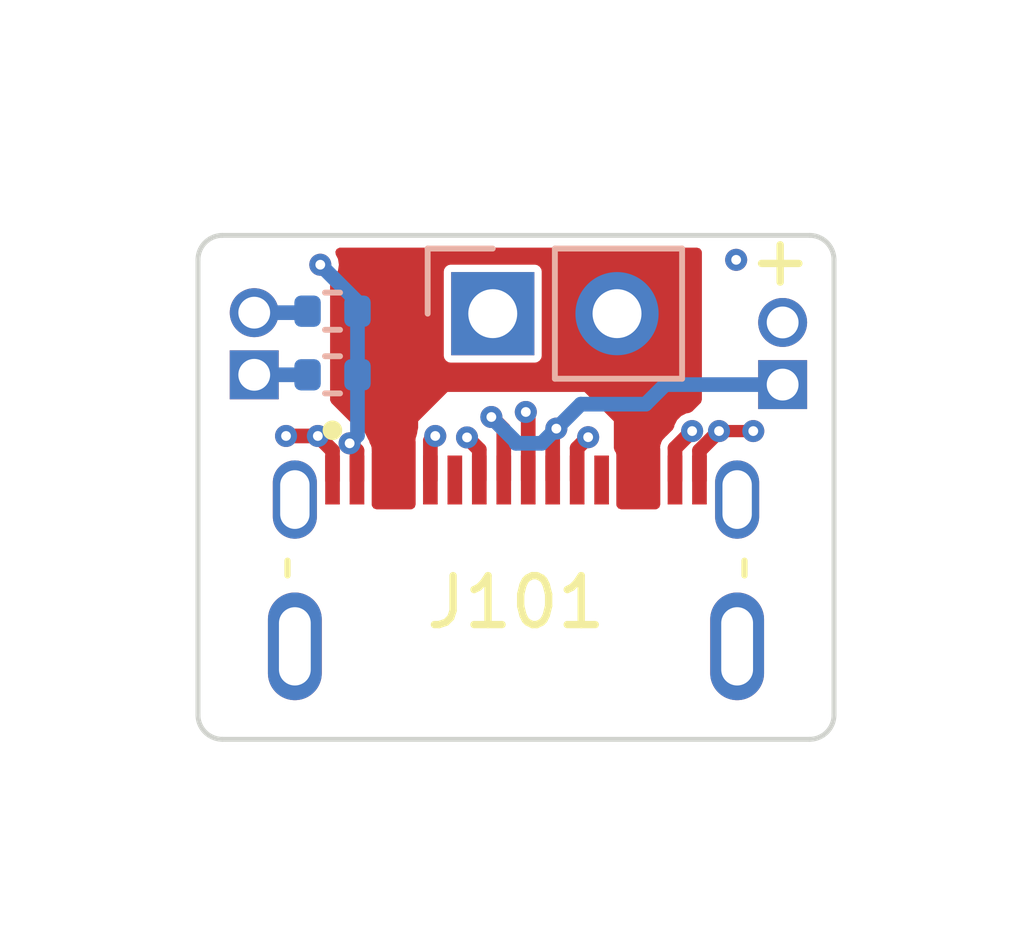
<source format=kicad_pcb>
(kicad_pcb (version 20211014) (generator pcbnew)
  (layers (0 "F.Cu" signal) (1 "In1.Cu" signal) (2 "In2.Cu" signal) (3 "In3.Cu" signal) (4 "In4.Cu" signal) (31 "B.Cu" signal) (34 "B.Paste" user) (35 "F.Paste" user) (36 "B.SilkS" user "B.Silkscreen") (37 "F.SilkS" user "F.Silkscreen") (38 "B.Mask" user) (39 "F.Mask" user) (44 "Edge.Cuts" user))
  (net 0 "")
  (net 1 "GND")
  (net 2 "/VBUS")
  (net 9 "/CC1")
  (net 10 "/Data+")
  (net 11 "/Data-")
  (net 12 "/CC2")
  (footprint "Connector_PinHeader_1.27mm:PinHeader_1x02_P1.27mm_Vertical" (layer "F.Cu") (at 144.65 97.85 180)
    (fp_text reference "J104")
    (fp_text value "CC connector")
    (pad "1" thru_hole rect (at 0 0 180) (size 1 1) (drill 0.65) (layers *.Cu *.Mask) (net 12 "/CC2"))
    (pad "2" thru_hole oval (at 0 1.27 180) (size 1 1) (drill 0.65) (layers *.Cu *.Mask) (net 9 "/CC1"))
  )
  (footprint "Imported:MOLEX_2130830005" (layer "F.Cu") (at 150 100)
    (fp_text reference "J101" (at 0 2.5) (layer "F.SilkS"))
    (fp_text value "USB-C-2.0")
    (fp_line (start -4.67 1.95) (end -4.67 1.65) (layer "F.SilkS") (width 0.127))
    (fp_line (start 4.67 1.95) (end 4.67 1.65) (layer "F.SilkS") (width 0.127))
    (fp_circle (center -3.752 -1.016) (end -3.652 -1.016) (layer "F.SilkS") (width 0.2) (fill none))
    (pad "A1" smd rect (at -3.75 0 90) (size 1 0.3) (layers "F.Cu" "F.Paste" "F.Mask") (net 1 "GND"))
    (pad "A4" smd rect (at -2.75 0 90) (size 1 0.3) (layers "F.Cu" "F.Paste" "F.Mask") (net 2 "/VBUS"))
    (pad "A5" smd rect (at -1.75 0 90) (size 1 0.3) (layers "F.Cu" "F.Paste" "F.Mask") (net 9 "/CC1"))
    (pad "A6" smd rect (at -0.75 0 90) (size 1 0.3) (layers "F.Cu" "F.Paste" "F.Mask") (net 10 "/Data+"))
    (pad "A7" smd rect (at 0.75 0 90) (size 1 0.3) (layers "F.Cu" "F.Paste" "F.Mask") (net 11 "/Data-"))
    (pad "A8" smd rect (at 1.75 0 90) (size 1 0.3) (layers "F.Cu" "F.Paste" "F.Mask"))
    (pad "A9" smd rect (at 2.75 0 90) (size 1 0.3) (layers "F.Cu" "F.Paste" "F.Mask") (net 2 "/VBUS"))
    (pad "A12" smd rect (at 3.75 0 90) (size 1 0.3) (layers "F.Cu" "F.Paste" "F.Mask") (net 1 "GND"))
    (pad "B1" smd rect (at 3.25 0 90) (size 1 0.3) (layers "F.Cu" "F.Paste" "F.Mask") (net 1 "GND"))
    (pad "B4" smd rect (at 2.25 0 90) (size 1 0.3) (layers "F.Cu" "F.Paste" "F.Mask") (net 2 "/VBUS"))
    (pad "B5" smd rect (at 1.25 0 90) (size 1 0.3) (layers "F.Cu" "F.Paste" "F.Mask") (net 12 "/CC2"))
    (pad "B6" smd rect (at 0.25 0 90) (size 1 0.3) (layers "F.Cu" "F.Paste" "F.Mask") (net 10 "/Data+"))
    (pad "B7" smd rect (at -0.25 0 90) (size 1 0.3) (layers "F.Cu" "F.Paste" "F.Mask") (net 11 "/Data-"))
    (pad "B8" smd rect (at -1.25 0 90) (size 1 0.3) (layers "F.Cu" "F.Paste" "F.Mask"))
    (pad "B9" smd rect (at -2.25 0 90) (size 1 0.3) (layers "F.Cu" "F.Paste" "F.Mask") (net 2 "/VBUS"))
    (pad "B12" smd rect (at -3.25 0 90) (size 1 0.3) (layers "F.Cu" "F.Paste" "F.Mask") (net 1 "GND"))
    (pad "S1" thru_hole oval (at -4.52 0.4) (size 0.9 1.6) (drill oval 0.6 1.2) (layers *.Cu))
    (pad "S2" thru_hole oval (at -4.52 3.4) (size 1.1 2.2) (drill oval 0.65 1.6) (layers *.Cu *.Mask))
    (pad "S3" thru_hole oval (at 4.52 3.4) (size 1.1 2.2) (drill oval 0.65 1.6) (layers *.Cu *.Mask))
    (pad "S4" thru_hole oval (at 4.52 0.4) (size 0.9 1.6) (drill oval 0.6 1.2) (layers *.Cu))
    (zone (net 0) (net_name "") (layer "F.Cu") (connect_pads (clearance 0)) (min_thickness 0.01)
      (keepout (tracks not_allowed) (vias not_allowed) (pads not_allowed) (copperpour not_allowed) (footprints allowed))
      (fill (thermal_gap 0.508) (thermal_bridge_width 0.508))
      (polygon (pts (xy 153.7 105.32) (xy 146.3 105.32) (xy 146.3 100.82) (xy 153.7 100.82)))
    )
  )
  (footprint "Resistor_SMD:R_0402_1005Metric" (layer "B.Cu") (at 146.25 97.85)
    (fp_text reference "R101")
    (fp_text value "5k1")
    (fp_line (start -0.153641 0.38) (end 0.153641 0.38) (layer "B.SilkS") (width 0.12))
    (fp_line (start -0.153641 -0.38) (end 0.153641 -0.38) (layer "B.SilkS") (width 0.12))
    (pad "1" smd roundrect (at -0.51 0) (size 0.54 0.64) (layers "B.Cu" "B.Paste" "B.Mask") (net 12 "/CC2"))
    (pad "2" smd roundrect (at 0.51 0) (size 0.54 0.64) (layers "B.Cu" "B.Paste" "B.Mask") (net 1 "GND"))
  )
  (footprint "Connector_PinHeader_2.54mm:PinHeader_1x02_P2.54mm_Vertical" (layer "B.Cu") (at 149.525 96.6 -90)
    (fp_text reference "J102")
    (fp_text value "Power connector")
    (fp_line (start -1.33 -1.27) (end -1.33 -3.87) (layer "B.SilkS") (width 0.12))
    (fp_line (start 1.33 -1.27) (end 1.33 -3.87) (layer "B.SilkS") (width 0.12))
    (fp_line (start -1.33 1.33) (end 0 1.33) (layer "B.SilkS") (width 0.12))
    (fp_line (start -1.33 -3.87) (end 1.33 -3.87) (layer "B.SilkS") (width 0.12))
    (fp_line (start -1.33 0) (end -1.33 1.33) (layer "B.SilkS") (width 0.12))
    (fp_line (start -1.33 -1.27) (end 1.33 -1.27) (layer "B.SilkS") (width 0.12))
    (pad "1" thru_hole rect (at 0 0 270) (size 1.7 1.7) (drill 1) (layers *.Cu *.Mask) (net 1 "GND"))
    (pad "2" thru_hole oval (at 0 -2.54 270) (size 1.7 1.7) (drill 1) (layers *.Cu *.Mask) (net 2 "/VBUS"))
  )
  (footprint "Connector_PinHeader_1.27mm:PinHeader_1x02_P1.27mm_Vertical" (layer "B.Cu") (at 155.45 98.05)
    (fp_text reference "J103")
    (fp_text value "Data connector")
    (pad "1" thru_hole rect (at 0 0) (size 1 1) (drill 0.65) (layers *.Cu *.Mask) (net 11 "/Data-"))
    (pad "2" thru_hole oval (at 0 -1.27) (size 1 1) (drill 0.65) (layers *.Cu *.Mask) (net 10 "/Data+"))
  )
  (footprint "Resistor_SMD:R_0402_1005Metric" (layer "B.Cu") (at 146.25 96.55)
    (fp_text reference "R102")
    (fp_text value "5k1")
    (fp_line (start -0.153641 -0.38) (end 0.153641 -0.38) (layer "B.SilkS") (width 0.12))
    (fp_line (start -0.153641 0.38) (end 0.153641 0.38) (layer "B.SilkS") (width 0.12))
    (pad "1" smd roundrect (at -0.51 0) (size 0.54 0.64) (layers "B.Cu" "B.Paste" "B.Mask") (net 9 "/CC1"))
    (pad "2" smd roundrect (at 0.51 0) (size 0.54 0.64) (layers "B.Cu" "B.Paste" "B.Mask") (net 1 "GND"))
  )
  (gr_arc (start 144 105.3) (mid 143.646447 105.153553) (end 143.5 104.8) (layer "Edge.Cuts") (width 0.1))
  (gr_line (start 156 105.3) (end 144 105.3) (layer "Edge.Cuts") (width 0.1))
  (gr_arc (start 156.5 104.8) (mid 156.353553 105.153553) (end 156 105.3) (layer "Edge.Cuts") (width 0.1))
  (gr_line (start 156.5 104.8) (end 156.5 95.5) (layer "Edge.Cuts") (width 0.1))
  (gr_line (start 143.5 104.8) (end 143.5 95.5) (layer "Edge.Cuts") (width 0.1))
  (gr_arc (start 143.5 95.5) (mid 143.646447 95.146447) (end 144 95) (layer "Edge.Cuts") (width 0.1))
  (gr_arc (start 156 95) (mid 156.353553 95.146447) (end 156.5 95.5) (layer "Edge.Cuts") (width 0.1))
  (gr_line (start 156 95) (end 144 95) (layer "Edge.Cuts") (width 0.1))
  (gr_text "+" (at 155.4 95.5) (layer "F.SilkS") (effects (font (size 1 1)) (justify mirror)))
  (segment (start 145.3 99.1) (end 145.95 99.1) (width 0.3) (layer "F.Cu") (net 1))
  (segment (start 153.25 99.35) (end 153.6 99) (width 0.3) (layer "F.Cu") (net 1))
  (segment (start 146.75 100) (end 146.75 99.4) (width 0.3) (layer "F.Cu") (net 1))
  (segment (start 146.75 99.4) (end 146.6 99.25) (width 0.3) (layer "F.Cu") (net 1))
  (segment (start 154.15 99) (end 153.75 99.4) (width 0.3) (layer "F.Cu") (net 1))
  (segment (start 153.25 100) (end 153.25 99.35) (width 0.3) (layer "F.Cu") (net 1))
  (segment (start 153.75 99.4) (end 153.75 100) (width 0.3) (layer "F.Cu") (net 1))
  (segment (start 145.95 99.1) (end 146.25 99.4) (width 0.3) (layer "F.Cu") (net 1))
  (segment (start 154.85 99) (end 154.15 99) (width 0.25) (layer "F.Cu") (net 1))
  (segment (start 146.25 99.4) (end 146.25 100) (width 0.3) (layer "F.Cu") (net 1))
  (via (at 146.6 99.25) (size 0.45) (drill 0.2) (layers "F.Cu" "B.Cu") (net 1))
  (via (at 154.5 95.5) (size 0.45) (drill 0.2) (layers "F.Cu" "B.Cu") (net 1))
  (via (at 146 95.6) (size 0.45) (drill 0.2) (layers "F.Cu" "B.Cu") (net 1))
  (via (at 154.85 99) (size 0.45) (drill 0.2) (layers "F.Cu" "B.Cu") (net 1))
  (via (at 145.95 99.1) (size 0.45) (drill 0.2) (layers "F.Cu" "B.Cu") (net 1))
  (via (at 153.6 99) (size 0.45) (drill 0.2) (layers "F.Cu" "B.Cu") (net 1))
  (via (at 145.3 99.1) (size 0.45) (drill 0.2) (layers "F.Cu" "B.Cu") (net 1))
  (via (at 154.15 99) (size 0.45) (drill 0.2) (layers "F.Cu" "B.Cu") (net 1))
  (segment (start 146.76 96.36) (end 146.76 99.09) (width 0.3) (layer "B.Cu") (net 1))
  (segment (start 146.76 99.09) (end 146.6 99.25) (width 0.3) (layer "B.Cu") (net 1))
  (segment (start 146 95.6) (end 146.76 96.36) (width 0.3) (layer "B.Cu") (net 1))
  (segment (start 148.25 99.2) (end 148.35 99.1) (width 0.3) (layer "F.Cu") (net 9))
  (segment (start 148.25 100) (end 148.25 99.2) (width 0.3) (layer "F.Cu") (net 9))
  (via (at 148.35 99.1) (size 0.45) (drill 0.2) (layers "F.Cu" "B.Cu") (net 9))
  (segment (start 145.71 96.58) (end 145.74 96.55) (width 0.3) (layer "B.Cu") (net 9))
  (segment (start 144.65 96.58) (end 145.71 96.58) (width 0.3) (layer "B.Cu") (net 9))
  (segment (start 149.25 99.380939) (end 148.99882 99.129759) (width 0.3) (layer "F.Cu") (net 10))
  (segment (start 150.25 98.659004) (end 150.200841 98.609845) (width 0.3) (layer "F.Cu") (net 10))
  (segment (start 150.25 100) (end 150.25 98.659004) (width 0.3) (layer "F.Cu") (net 10))
  (segment (start 149.25 100) (end 149.25 99.380939) (width 0.3) (layer "F.Cu") (net 10))
  (via (at 150.200841 98.609845) (size 0.45) (drill 0.2) (layers "F.Cu" "B.Cu") (net 10))
  (via (at 148.99882 99.129759) (size 0.45) (drill 0.2) (layers "F.Cu" "B.Cu") (net 10))
  (segment (start 149.75 98.965926) (end 149.496509 98.712435) (width 0.3) (layer "F.Cu") (net 11))
  (segment (start 149.75 100) (end 149.75 98.965926) (width 0.3) (layer "F.Cu") (net 11))
  (segment (start 150.75 99.0245) (end 150.8245 98.95) (width 0.3) (layer "F.Cu") (net 11))
  (segment (start 150.75 100) (end 150.75 99.0245) (width 0.3) (layer "F.Cu") (net 11))
  (via (at 149.496509 98.712435) (size 0.45) (drill 0.2) (layers "F.Cu" "B.Cu") (net 11))
  (via (at 150.8245 98.95) (size 0.45) (drill 0.2) (layers "F.Cu" "B.Cu") (net 11))
  (segment (start 149.496509 98.718686) (end 150 99.222177) (width 0.3) (layer "B.Cu") (net 11))
  (segment (start 151.3245 98.45) (end 152.65 98.45) (width 0.3) (layer "B.Cu") (net 11))
  (segment (start 153.05 98.05) (end 155.45 98.05) (width 0.3) (layer "B.Cu") (net 11))
  (segment (start 150 99.25) (end 150.5245 99.25) (width 0.3) (layer "B.Cu") (net 11))
  (segment (start 150.5245 99.25) (end 150.8245 98.95) (width 0.3) (layer "B.Cu") (net 11))
  (segment (start 150.8245 98.95) (end 151.3245 98.45) (width 0.3) (layer "B.Cu") (net 11))
  (segment (start 152.65 98.45) (end 153.05 98.05) (width 0.3) (layer "B.Cu") (net 11))
  (segment (start 150 99.222177) (end 150 99.25) (width 0.3) (layer "B.Cu") (net 11))
  (segment (start 149.496509 98.712435) (end 149.496509 98.718686) (width 0.3) (layer "B.Cu") (net 11))
  (segment (start 151.475 99.125) (end 151.25 99.35) (width 0.3) (layer "F.Cu") (net 12))
  (segment (start 151.25 99.35) (end 151.25 100) (width 0.3) (layer "F.Cu") (net 12))
  (via (at 151.475 99.125) (size 0.45) (drill 0.2) (layers "F.Cu" "B.Cu") (net 12))
  (segment (start 144.65 97.85) (end 145.74 97.85) (width 0.3) (layer "B.Cu") (net 12))
  (zone (net 2) (net_name "/VBUS") (layer "F.Cu") (connect_pads yes (clearance 0.15)) (min_thickness 0.2) (fill yes (thermal_gap 0.508) (thermal_bridge_width 0.508))
    (polygon (pts (xy 153.8 98.4) (xy 153 99.2) (xy 153 100.6) (xy 152 100.6) (xy 152 98.8) (xy 151.4 98.2) (xy 148.6 98.2) (xy 148 98.8) (xy 148 100.6) (xy 147 100.6) (xy 147 99.2) (xy 146.2 98.4) (xy 146.2 95.2) (xy 153.8 95.2)))
  )
)
</source>
